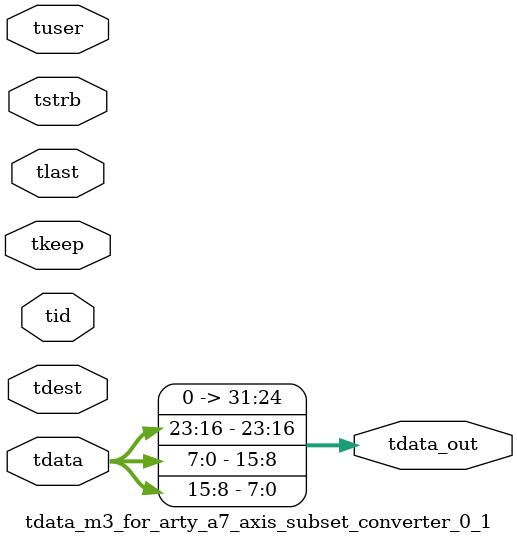
<source format=v>


`timescale 1ps/1ps

module tdata_m3_for_arty_a7_axis_subset_converter_0_1 #
(
parameter C_S_AXIS_TDATA_WIDTH = 32,
parameter C_S_AXIS_TUSER_WIDTH = 0,
parameter C_S_AXIS_TID_WIDTH   = 0,
parameter C_S_AXIS_TDEST_WIDTH = 0,
parameter C_M_AXIS_TDATA_WIDTH = 32
)
(
input  [(C_S_AXIS_TDATA_WIDTH == 0 ? 1 : C_S_AXIS_TDATA_WIDTH)-1:0     ] tdata,
input  [(C_S_AXIS_TUSER_WIDTH == 0 ? 1 : C_S_AXIS_TUSER_WIDTH)-1:0     ] tuser,
input  [(C_S_AXIS_TID_WIDTH   == 0 ? 1 : C_S_AXIS_TID_WIDTH)-1:0       ] tid,
input  [(C_S_AXIS_TDEST_WIDTH == 0 ? 1 : C_S_AXIS_TDEST_WIDTH)-1:0     ] tdest,
input  [(C_S_AXIS_TDATA_WIDTH/8)-1:0 ] tkeep,
input  [(C_S_AXIS_TDATA_WIDTH/8)-1:0 ] tstrb,
input                                                                    tlast,
output [C_M_AXIS_TDATA_WIDTH-1:0] tdata_out
);

assign tdata_out = {tdata[23:16],tdata[7:0],tdata[15:8]};

endmodule


</source>
